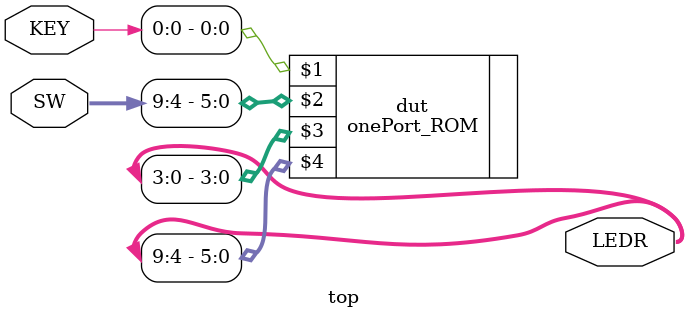
<source format=v>
module top (SW, KEY, LEDR);

    input wire [9:0] SW;        // DE-series switches
    input wire [3:0] KEY;       // DE-series pushbuttons

    output wire [9:0] LEDR;     // DE-series LEDs   

    onePort_ROM dut (KEY[0], SW[9:4], LEDR[3:0], LEDR[9:4]);
 
endmodule


</source>
